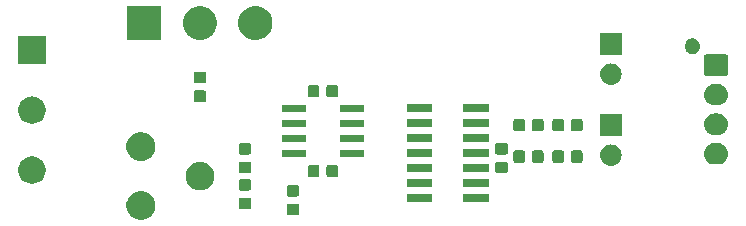
<source format=gbr>
G04 #@! TF.GenerationSoftware,KiCad,Pcbnew,(5.1.4)-1*
G04 #@! TF.CreationDate,2019-10-30T18:57:56+00:00*
G04 #@! TF.ProjectId,timer-board,74696d65-722d-4626-9f61-72642e6b6963,rev?*
G04 #@! TF.SameCoordinates,Original*
G04 #@! TF.FileFunction,Soldermask,Top*
G04 #@! TF.FilePolarity,Negative*
%FSLAX46Y46*%
G04 Gerber Fmt 4.6, Leading zero omitted, Abs format (unit mm)*
G04 Created by KiCad (PCBNEW (5.1.4)-1) date 2019-10-30 18:57:56*
%MOMM*%
%LPD*%
G04 APERTURE LIST*
%ADD10C,0.100000*%
G04 APERTURE END LIST*
D10*
G36*
X320358205Y-122460461D02*
G01*
X320476153Y-122483922D01*
X320568194Y-122522047D01*
X320698359Y-122575963D01*
X320898342Y-122709587D01*
X321068413Y-122879658D01*
X321202037Y-123079641D01*
X321239005Y-123168890D01*
X321294078Y-123301847D01*
X321341000Y-123537742D01*
X321341000Y-123778258D01*
X321308946Y-123939408D01*
X321294078Y-124014152D01*
X321202037Y-124236359D01*
X321068413Y-124436342D01*
X320898342Y-124606413D01*
X320698359Y-124740037D01*
X320568194Y-124793953D01*
X320476153Y-124832078D01*
X320240259Y-124879000D01*
X319999741Y-124879000D01*
X319763847Y-124832078D01*
X319671806Y-124793953D01*
X319541641Y-124740037D01*
X319341658Y-124606413D01*
X319171587Y-124436342D01*
X319037963Y-124236359D01*
X318945922Y-124014152D01*
X318931055Y-123939408D01*
X318899000Y-123778258D01*
X318899000Y-123537742D01*
X318945922Y-123301847D01*
X319000995Y-123168890D01*
X319037963Y-123079641D01*
X319171587Y-122879658D01*
X319341658Y-122709587D01*
X319541641Y-122575963D01*
X319671806Y-122522047D01*
X319763847Y-122483922D01*
X319881795Y-122460461D01*
X319999741Y-122437000D01*
X320240259Y-122437000D01*
X320358205Y-122460461D01*
X320358205Y-122460461D01*
G37*
G36*
X333373591Y-123493085D02*
G01*
X333407569Y-123503393D01*
X333438890Y-123520134D01*
X333466339Y-123542661D01*
X333488866Y-123570110D01*
X333505607Y-123601431D01*
X333515915Y-123635409D01*
X333520000Y-123676890D01*
X333520000Y-124278110D01*
X333515915Y-124319591D01*
X333505607Y-124353569D01*
X333488866Y-124384890D01*
X333466339Y-124412339D01*
X333438890Y-124434866D01*
X333407569Y-124451607D01*
X333373591Y-124461915D01*
X333332110Y-124466000D01*
X332655890Y-124466000D01*
X332614409Y-124461915D01*
X332580431Y-124451607D01*
X332549110Y-124434866D01*
X332521661Y-124412339D01*
X332499134Y-124384890D01*
X332482393Y-124353569D01*
X332472085Y-124319591D01*
X332468000Y-124278110D01*
X332468000Y-123676890D01*
X332472085Y-123635409D01*
X332482393Y-123601431D01*
X332499134Y-123570110D01*
X332521661Y-123542661D01*
X332549110Y-123520134D01*
X332580431Y-123503393D01*
X332614409Y-123493085D01*
X332655890Y-123489000D01*
X333332110Y-123489000D01*
X333373591Y-123493085D01*
X333373591Y-123493085D01*
G37*
G36*
X329309591Y-122985085D02*
G01*
X329343569Y-122995393D01*
X329374890Y-123012134D01*
X329402339Y-123034661D01*
X329424866Y-123062110D01*
X329441607Y-123093431D01*
X329451915Y-123127409D01*
X329456000Y-123168890D01*
X329456000Y-123770110D01*
X329451915Y-123811591D01*
X329441607Y-123845569D01*
X329424866Y-123876890D01*
X329402339Y-123904339D01*
X329374890Y-123926866D01*
X329343569Y-123943607D01*
X329309591Y-123953915D01*
X329268110Y-123958000D01*
X328591890Y-123958000D01*
X328550409Y-123953915D01*
X328516431Y-123943607D01*
X328485110Y-123926866D01*
X328457661Y-123904339D01*
X328435134Y-123876890D01*
X328418393Y-123845569D01*
X328408085Y-123811591D01*
X328404000Y-123770110D01*
X328404000Y-123168890D01*
X328408085Y-123127409D01*
X328418393Y-123093431D01*
X328435134Y-123062110D01*
X328457661Y-123034661D01*
X328485110Y-123012134D01*
X328516431Y-122995393D01*
X328550409Y-122985085D01*
X328591890Y-122981000D01*
X329268110Y-122981000D01*
X329309591Y-122985085D01*
X329309591Y-122985085D01*
G37*
G36*
X349567700Y-123355800D02*
G01*
X347408300Y-123355800D01*
X347408300Y-122644200D01*
X349567700Y-122644200D01*
X349567700Y-123355800D01*
X349567700Y-123355800D01*
G37*
G36*
X344767100Y-123355800D02*
G01*
X342607700Y-123355800D01*
X342607700Y-122644200D01*
X344767100Y-122644200D01*
X344767100Y-123355800D01*
X344767100Y-123355800D01*
G37*
G36*
X333373591Y-121918085D02*
G01*
X333407569Y-121928393D01*
X333438890Y-121945134D01*
X333466339Y-121967661D01*
X333488866Y-121995110D01*
X333505607Y-122026431D01*
X333515915Y-122060409D01*
X333520000Y-122101890D01*
X333520000Y-122703110D01*
X333515915Y-122744591D01*
X333505607Y-122778569D01*
X333488866Y-122809890D01*
X333466339Y-122837339D01*
X333438890Y-122859866D01*
X333407569Y-122876607D01*
X333373591Y-122886915D01*
X333332110Y-122891000D01*
X332655890Y-122891000D01*
X332614409Y-122886915D01*
X332580431Y-122876607D01*
X332549110Y-122859866D01*
X332521661Y-122837339D01*
X332499134Y-122809890D01*
X332482393Y-122778569D01*
X332472085Y-122744591D01*
X332468000Y-122703110D01*
X332468000Y-122101890D01*
X332472085Y-122060409D01*
X332482393Y-122026431D01*
X332499134Y-121995110D01*
X332521661Y-121967661D01*
X332549110Y-121945134D01*
X332580431Y-121928393D01*
X332614409Y-121918085D01*
X332655890Y-121914000D01*
X333332110Y-121914000D01*
X333373591Y-121918085D01*
X333373591Y-121918085D01*
G37*
G36*
X329309591Y-121410085D02*
G01*
X329343569Y-121420393D01*
X329374890Y-121437134D01*
X329402339Y-121459661D01*
X329424866Y-121487110D01*
X329441607Y-121518431D01*
X329451915Y-121552409D01*
X329456000Y-121593890D01*
X329456000Y-122195110D01*
X329451915Y-122236591D01*
X329441607Y-122270569D01*
X329424866Y-122301890D01*
X329402339Y-122329339D01*
X329374890Y-122351866D01*
X329343569Y-122368607D01*
X329309591Y-122378915D01*
X329268110Y-122383000D01*
X328591890Y-122383000D01*
X328550409Y-122378915D01*
X328516431Y-122368607D01*
X328485110Y-122351866D01*
X328457661Y-122329339D01*
X328435134Y-122301890D01*
X328418393Y-122270569D01*
X328408085Y-122236591D01*
X328404000Y-122195110D01*
X328404000Y-121593890D01*
X328408085Y-121552409D01*
X328418393Y-121518431D01*
X328435134Y-121487110D01*
X328457661Y-121459661D01*
X328485110Y-121437134D01*
X328516431Y-121420393D01*
X328550409Y-121410085D01*
X328591890Y-121406000D01*
X329268110Y-121406000D01*
X329309591Y-121410085D01*
X329309591Y-121410085D01*
G37*
G36*
X325292508Y-119947393D02*
G01*
X325476153Y-119983922D01*
X325549752Y-120014408D01*
X325698359Y-120075963D01*
X325898342Y-120209587D01*
X326068413Y-120379658D01*
X326202037Y-120579641D01*
X326237704Y-120665750D01*
X326293913Y-120801448D01*
X326294078Y-120801848D01*
X326341000Y-121037741D01*
X326341000Y-121278259D01*
X326317539Y-121396205D01*
X326294078Y-121514153D01*
X326257442Y-121602599D01*
X326202037Y-121736359D01*
X326068413Y-121936342D01*
X325898342Y-122106413D01*
X325698359Y-122240037D01*
X325615283Y-122274448D01*
X325476153Y-122332078D01*
X325376671Y-122351866D01*
X325240259Y-122379000D01*
X324999741Y-122379000D01*
X324863329Y-122351866D01*
X324763847Y-122332078D01*
X324624717Y-122274448D01*
X324541641Y-122240037D01*
X324341658Y-122106413D01*
X324171587Y-121936342D01*
X324037963Y-121736359D01*
X323982558Y-121602599D01*
X323945922Y-121514153D01*
X323922461Y-121396205D01*
X323899000Y-121278259D01*
X323899000Y-121037741D01*
X323945922Y-120801848D01*
X323946088Y-120801448D01*
X324002296Y-120665750D01*
X324037963Y-120579641D01*
X324171587Y-120379658D01*
X324341658Y-120209587D01*
X324541641Y-120075963D01*
X324690248Y-120014408D01*
X324763847Y-119983922D01*
X324947492Y-119947393D01*
X324999741Y-119937000D01*
X325240259Y-119937000D01*
X325292508Y-119947393D01*
X325292508Y-119947393D01*
G37*
G36*
X344767100Y-122085800D02*
G01*
X342607700Y-122085800D01*
X342607700Y-121374200D01*
X344767100Y-121374200D01*
X344767100Y-122085800D01*
X344767100Y-122085800D01*
G37*
G36*
X349567700Y-122085800D02*
G01*
X347408300Y-122085800D01*
X347408300Y-121374200D01*
X349567700Y-121374200D01*
X349567700Y-122085800D01*
X349567700Y-122085800D01*
G37*
G36*
X311120549Y-119521116D02*
G01*
X311231734Y-119543232D01*
X311441203Y-119629997D01*
X311629720Y-119755960D01*
X311790040Y-119916280D01*
X311916003Y-120104797D01*
X312002768Y-120314266D01*
X312047000Y-120536636D01*
X312047000Y-120763364D01*
X312002768Y-120985734D01*
X311916003Y-121195203D01*
X311790040Y-121383720D01*
X311629720Y-121544040D01*
X311441203Y-121670003D01*
X311231734Y-121756768D01*
X311120549Y-121778884D01*
X311009365Y-121801000D01*
X310782635Y-121801000D01*
X310671451Y-121778884D01*
X310560266Y-121756768D01*
X310350797Y-121670003D01*
X310162280Y-121544040D01*
X310001960Y-121383720D01*
X309875997Y-121195203D01*
X309789232Y-120985734D01*
X309745000Y-120763364D01*
X309745000Y-120536636D01*
X309789232Y-120314266D01*
X309875997Y-120104797D01*
X310001960Y-119916280D01*
X310162280Y-119755960D01*
X310350797Y-119629997D01*
X310560266Y-119543232D01*
X310671451Y-119521116D01*
X310782635Y-119499000D01*
X311009365Y-119499000D01*
X311120549Y-119521116D01*
X311120549Y-119521116D01*
G37*
G36*
X335088591Y-120204285D02*
G01*
X335122569Y-120214593D01*
X335153890Y-120231334D01*
X335181339Y-120253861D01*
X335203866Y-120281310D01*
X335220607Y-120312631D01*
X335230915Y-120346609D01*
X335235000Y-120388090D01*
X335235000Y-121064310D01*
X335230915Y-121105791D01*
X335220607Y-121139769D01*
X335203866Y-121171090D01*
X335181339Y-121198539D01*
X335153890Y-121221066D01*
X335122569Y-121237807D01*
X335088591Y-121248115D01*
X335047110Y-121252200D01*
X334445890Y-121252200D01*
X334404409Y-121248115D01*
X334370431Y-121237807D01*
X334339110Y-121221066D01*
X334311661Y-121198539D01*
X334289134Y-121171090D01*
X334272393Y-121139769D01*
X334262085Y-121105791D01*
X334258000Y-121064310D01*
X334258000Y-120388090D01*
X334262085Y-120346609D01*
X334272393Y-120312631D01*
X334289134Y-120281310D01*
X334311661Y-120253861D01*
X334339110Y-120231334D01*
X334370431Y-120214593D01*
X334404409Y-120204285D01*
X334445890Y-120200200D01*
X335047110Y-120200200D01*
X335088591Y-120204285D01*
X335088591Y-120204285D01*
G37*
G36*
X336663591Y-120204285D02*
G01*
X336697569Y-120214593D01*
X336728890Y-120231334D01*
X336756339Y-120253861D01*
X336778866Y-120281310D01*
X336795607Y-120312631D01*
X336805915Y-120346609D01*
X336810000Y-120388090D01*
X336810000Y-121064310D01*
X336805915Y-121105791D01*
X336795607Y-121139769D01*
X336778866Y-121171090D01*
X336756339Y-121198539D01*
X336728890Y-121221066D01*
X336697569Y-121237807D01*
X336663591Y-121248115D01*
X336622110Y-121252200D01*
X336020890Y-121252200D01*
X335979409Y-121248115D01*
X335945431Y-121237807D01*
X335914110Y-121221066D01*
X335886661Y-121198539D01*
X335864134Y-121171090D01*
X335847393Y-121139769D01*
X335837085Y-121105791D01*
X335833000Y-121064310D01*
X335833000Y-120388090D01*
X335837085Y-120346609D01*
X335847393Y-120312631D01*
X335864134Y-120281310D01*
X335886661Y-120253861D01*
X335914110Y-120231334D01*
X335945431Y-120214593D01*
X335979409Y-120204285D01*
X336020890Y-120200200D01*
X336622110Y-120200200D01*
X336663591Y-120204285D01*
X336663591Y-120204285D01*
G37*
G36*
X351026591Y-119937085D02*
G01*
X351060569Y-119947393D01*
X351091890Y-119964134D01*
X351119339Y-119986661D01*
X351141866Y-120014110D01*
X351158607Y-120045431D01*
X351168915Y-120079409D01*
X351173000Y-120120890D01*
X351173000Y-120722110D01*
X351168915Y-120763591D01*
X351158607Y-120797569D01*
X351141866Y-120828890D01*
X351119339Y-120856339D01*
X351091890Y-120878866D01*
X351060569Y-120895607D01*
X351026591Y-120905915D01*
X350985110Y-120910000D01*
X350308890Y-120910000D01*
X350267409Y-120905915D01*
X350233431Y-120895607D01*
X350202110Y-120878866D01*
X350174661Y-120856339D01*
X350152134Y-120828890D01*
X350135393Y-120797569D01*
X350125085Y-120763591D01*
X350121000Y-120722110D01*
X350121000Y-120120890D01*
X350125085Y-120079409D01*
X350135393Y-120045431D01*
X350152134Y-120014110D01*
X350174661Y-119986661D01*
X350202110Y-119964134D01*
X350233431Y-119947393D01*
X350267409Y-119937085D01*
X350308890Y-119933000D01*
X350985110Y-119933000D01*
X351026591Y-119937085D01*
X351026591Y-119937085D01*
G37*
G36*
X329309591Y-119937085D02*
G01*
X329343569Y-119947393D01*
X329374890Y-119964134D01*
X329402339Y-119986661D01*
X329424866Y-120014110D01*
X329441607Y-120045431D01*
X329451915Y-120079409D01*
X329456000Y-120120890D01*
X329456000Y-120722110D01*
X329451915Y-120763591D01*
X329441607Y-120797569D01*
X329424866Y-120828890D01*
X329402339Y-120856339D01*
X329374890Y-120878866D01*
X329343569Y-120895607D01*
X329309591Y-120905915D01*
X329268110Y-120910000D01*
X328591890Y-120910000D01*
X328550409Y-120905915D01*
X328516431Y-120895607D01*
X328485110Y-120878866D01*
X328457661Y-120856339D01*
X328435134Y-120828890D01*
X328418393Y-120797569D01*
X328408085Y-120763591D01*
X328404000Y-120722110D01*
X328404000Y-120120890D01*
X328408085Y-120079409D01*
X328418393Y-120045431D01*
X328435134Y-120014110D01*
X328457661Y-119986661D01*
X328485110Y-119964134D01*
X328516431Y-119947393D01*
X328550409Y-119937085D01*
X328591890Y-119933000D01*
X329268110Y-119933000D01*
X329309591Y-119937085D01*
X329309591Y-119937085D01*
G37*
G36*
X344767100Y-120815800D02*
G01*
X342607700Y-120815800D01*
X342607700Y-120104200D01*
X344767100Y-120104200D01*
X344767100Y-120815800D01*
X344767100Y-120815800D01*
G37*
G36*
X349567700Y-120815800D02*
G01*
X347408300Y-120815800D01*
X347408300Y-120104200D01*
X349567700Y-120104200D01*
X349567700Y-120815800D01*
X349567700Y-120815800D01*
G37*
G36*
X360028442Y-118485518D02*
G01*
X360094627Y-118492037D01*
X360264466Y-118543557D01*
X360420991Y-118627222D01*
X360456729Y-118656552D01*
X360558186Y-118739814D01*
X360635645Y-118834200D01*
X360670778Y-118877009D01*
X360670779Y-118877011D01*
X360736301Y-118999592D01*
X360754443Y-119033534D01*
X360805963Y-119203373D01*
X360823359Y-119380000D01*
X360805963Y-119556627D01*
X360754443Y-119726466D01*
X360670778Y-119882991D01*
X360656667Y-119900185D01*
X360558186Y-120020186D01*
X360490219Y-120075964D01*
X360420991Y-120132778D01*
X360264466Y-120216443D01*
X360094627Y-120267963D01*
X360028442Y-120274482D01*
X359962260Y-120281000D01*
X359873740Y-120281000D01*
X359807558Y-120274482D01*
X359741373Y-120267963D01*
X359571534Y-120216443D01*
X359415009Y-120132778D01*
X359345781Y-120075964D01*
X359277814Y-120020186D01*
X359179333Y-119900185D01*
X359165222Y-119882991D01*
X359081557Y-119726466D01*
X359030037Y-119556627D01*
X359012641Y-119380000D01*
X359030037Y-119203373D01*
X359081557Y-119033534D01*
X359099700Y-118999592D01*
X359165221Y-118877011D01*
X359165222Y-118877009D01*
X359200355Y-118834200D01*
X359277814Y-118739814D01*
X359379271Y-118656552D01*
X359415009Y-118627222D01*
X359571534Y-118543557D01*
X359741373Y-118492037D01*
X359807558Y-118485518D01*
X359873740Y-118479000D01*
X359962260Y-118479000D01*
X360028442Y-118485518D01*
X360028442Y-118485518D01*
G37*
G36*
X369043443Y-118365519D02*
G01*
X369109627Y-118372037D01*
X369279466Y-118423557D01*
X369279468Y-118423558D01*
X369308563Y-118439110D01*
X369435991Y-118507222D01*
X369437889Y-118508780D01*
X369573186Y-118619814D01*
X369656448Y-118721271D01*
X369685778Y-118757009D01*
X369769443Y-118913534D01*
X369820963Y-119083373D01*
X369838359Y-119260000D01*
X369820963Y-119436627D01*
X369769443Y-119606466D01*
X369685778Y-119762991D01*
X369664638Y-119788750D01*
X369573186Y-119900186D01*
X369483042Y-119974164D01*
X369435991Y-120012778D01*
X369279466Y-120096443D01*
X369109627Y-120147963D01*
X369043442Y-120154482D01*
X368977260Y-120161000D01*
X368638740Y-120161000D01*
X368572558Y-120154482D01*
X368506373Y-120147963D01*
X368336534Y-120096443D01*
X368180009Y-120012778D01*
X368132958Y-119974164D01*
X368042814Y-119900186D01*
X367951362Y-119788750D01*
X367930222Y-119762991D01*
X367846557Y-119606466D01*
X367795037Y-119436627D01*
X367777641Y-119260000D01*
X367795037Y-119083373D01*
X367846557Y-118913534D01*
X367930222Y-118757009D01*
X367959552Y-118721271D01*
X368042814Y-118619814D01*
X368178111Y-118508780D01*
X368180009Y-118507222D01*
X368307437Y-118439110D01*
X368336532Y-118423558D01*
X368336534Y-118423557D01*
X368506373Y-118372037D01*
X368572557Y-118365519D01*
X368638740Y-118359000D01*
X368977260Y-118359000D01*
X369043443Y-118365519D01*
X369043443Y-118365519D01*
G37*
G36*
X352487591Y-118985085D02*
G01*
X352521569Y-118995393D01*
X352552890Y-119012134D01*
X352580339Y-119034661D01*
X352602866Y-119062110D01*
X352619607Y-119093431D01*
X352629915Y-119127409D01*
X352634000Y-119168890D01*
X352634000Y-119845110D01*
X352629915Y-119886591D01*
X352619607Y-119920569D01*
X352602866Y-119951890D01*
X352580339Y-119979339D01*
X352552890Y-120001866D01*
X352521569Y-120018607D01*
X352487591Y-120028915D01*
X352446110Y-120033000D01*
X351844890Y-120033000D01*
X351803409Y-120028915D01*
X351769431Y-120018607D01*
X351738110Y-120001866D01*
X351710661Y-119979339D01*
X351688134Y-119951890D01*
X351671393Y-119920569D01*
X351661085Y-119886591D01*
X351657000Y-119845110D01*
X351657000Y-119168890D01*
X351661085Y-119127409D01*
X351671393Y-119093431D01*
X351688134Y-119062110D01*
X351710661Y-119034661D01*
X351738110Y-119012134D01*
X351769431Y-118995393D01*
X351803409Y-118985085D01*
X351844890Y-118981000D01*
X352446110Y-118981000D01*
X352487591Y-118985085D01*
X352487591Y-118985085D01*
G37*
G36*
X354062591Y-118985085D02*
G01*
X354096569Y-118995393D01*
X354127890Y-119012134D01*
X354155339Y-119034661D01*
X354177866Y-119062110D01*
X354194607Y-119093431D01*
X354204915Y-119127409D01*
X354209000Y-119168890D01*
X354209000Y-119845110D01*
X354204915Y-119886591D01*
X354194607Y-119920569D01*
X354177866Y-119951890D01*
X354155339Y-119979339D01*
X354127890Y-120001866D01*
X354096569Y-120018607D01*
X354062591Y-120028915D01*
X354021110Y-120033000D01*
X353419890Y-120033000D01*
X353378409Y-120028915D01*
X353344431Y-120018607D01*
X353313110Y-120001866D01*
X353285661Y-119979339D01*
X353263134Y-119951890D01*
X353246393Y-119920569D01*
X353236085Y-119886591D01*
X353232000Y-119845110D01*
X353232000Y-119168890D01*
X353236085Y-119127409D01*
X353246393Y-119093431D01*
X353263134Y-119062110D01*
X353285661Y-119034661D01*
X353313110Y-119012134D01*
X353344431Y-118995393D01*
X353378409Y-118985085D01*
X353419890Y-118981000D01*
X354021110Y-118981000D01*
X354062591Y-118985085D01*
X354062591Y-118985085D01*
G37*
G36*
X355789591Y-118985085D02*
G01*
X355823569Y-118995393D01*
X355854890Y-119012134D01*
X355882339Y-119034661D01*
X355904866Y-119062110D01*
X355921607Y-119093431D01*
X355931915Y-119127409D01*
X355936000Y-119168890D01*
X355936000Y-119845110D01*
X355931915Y-119886591D01*
X355921607Y-119920569D01*
X355904866Y-119951890D01*
X355882339Y-119979339D01*
X355854890Y-120001866D01*
X355823569Y-120018607D01*
X355789591Y-120028915D01*
X355748110Y-120033000D01*
X355146890Y-120033000D01*
X355105409Y-120028915D01*
X355071431Y-120018607D01*
X355040110Y-120001866D01*
X355012661Y-119979339D01*
X354990134Y-119951890D01*
X354973393Y-119920569D01*
X354963085Y-119886591D01*
X354959000Y-119845110D01*
X354959000Y-119168890D01*
X354963085Y-119127409D01*
X354973393Y-119093431D01*
X354990134Y-119062110D01*
X355012661Y-119034661D01*
X355040110Y-119012134D01*
X355071431Y-118995393D01*
X355105409Y-118985085D01*
X355146890Y-118981000D01*
X355748110Y-118981000D01*
X355789591Y-118985085D01*
X355789591Y-118985085D01*
G37*
G36*
X357364591Y-118985085D02*
G01*
X357398569Y-118995393D01*
X357429890Y-119012134D01*
X357457339Y-119034661D01*
X357479866Y-119062110D01*
X357496607Y-119093431D01*
X357506915Y-119127409D01*
X357511000Y-119168890D01*
X357511000Y-119845110D01*
X357506915Y-119886591D01*
X357496607Y-119920569D01*
X357479866Y-119951890D01*
X357457339Y-119979339D01*
X357429890Y-120001866D01*
X357398569Y-120018607D01*
X357364591Y-120028915D01*
X357323110Y-120033000D01*
X356721890Y-120033000D01*
X356680409Y-120028915D01*
X356646431Y-120018607D01*
X356615110Y-120001866D01*
X356587661Y-119979339D01*
X356565134Y-119951890D01*
X356548393Y-119920569D01*
X356538085Y-119886591D01*
X356534000Y-119845110D01*
X356534000Y-119168890D01*
X356538085Y-119127409D01*
X356548393Y-119093431D01*
X356565134Y-119062110D01*
X356587661Y-119034661D01*
X356615110Y-119012134D01*
X356646431Y-118995393D01*
X356680409Y-118985085D01*
X356721890Y-118981000D01*
X357323110Y-118981000D01*
X357364591Y-118985085D01*
X357364591Y-118985085D01*
G37*
G36*
X320476153Y-117483922D02*
G01*
X320545817Y-117512778D01*
X320698359Y-117575963D01*
X320898342Y-117709587D01*
X321068413Y-117879658D01*
X321202037Y-118079641D01*
X321255953Y-118209806D01*
X321294078Y-118301847D01*
X321341000Y-118537742D01*
X321341000Y-118778258D01*
X321294078Y-119014153D01*
X321286051Y-119033532D01*
X321202037Y-119236359D01*
X321068413Y-119436342D01*
X320898342Y-119606413D01*
X320698359Y-119740037D01*
X320580755Y-119788750D01*
X320476153Y-119832078D01*
X320410636Y-119845110D01*
X320240259Y-119879000D01*
X319999741Y-119879000D01*
X319829364Y-119845110D01*
X319763847Y-119832078D01*
X319659245Y-119788750D01*
X319541641Y-119740037D01*
X319341658Y-119606413D01*
X319171587Y-119436342D01*
X319037963Y-119236359D01*
X318953949Y-119033532D01*
X318945922Y-119014153D01*
X318899000Y-118778258D01*
X318899000Y-118537742D01*
X318945922Y-118301847D01*
X318984047Y-118209806D01*
X319037963Y-118079641D01*
X319171587Y-117879658D01*
X319341658Y-117709587D01*
X319541641Y-117575963D01*
X319694183Y-117512778D01*
X319763847Y-117483922D01*
X319999741Y-117437000D01*
X320240259Y-117437000D01*
X320476153Y-117483922D01*
X320476153Y-117483922D01*
G37*
G36*
X339039400Y-119583400D02*
G01*
X336956200Y-119583400D01*
X336956200Y-118922600D01*
X339039400Y-118922600D01*
X339039400Y-119583400D01*
X339039400Y-119583400D01*
G37*
G36*
X334111800Y-119583400D02*
G01*
X332028600Y-119583400D01*
X332028600Y-118922600D01*
X334111800Y-118922600D01*
X334111800Y-119583400D01*
X334111800Y-119583400D01*
G37*
G36*
X344767100Y-119545800D02*
G01*
X342607700Y-119545800D01*
X342607700Y-118834200D01*
X344767100Y-118834200D01*
X344767100Y-119545800D01*
X344767100Y-119545800D01*
G37*
G36*
X349567700Y-119545800D02*
G01*
X347408300Y-119545800D01*
X347408300Y-118834200D01*
X349567700Y-118834200D01*
X349567700Y-119545800D01*
X349567700Y-119545800D01*
G37*
G36*
X329309591Y-118362085D02*
G01*
X329343569Y-118372393D01*
X329374890Y-118389134D01*
X329402339Y-118411661D01*
X329424866Y-118439110D01*
X329441607Y-118470431D01*
X329451915Y-118504409D01*
X329456000Y-118545890D01*
X329456000Y-119147110D01*
X329451915Y-119188591D01*
X329441607Y-119222569D01*
X329424866Y-119253890D01*
X329402339Y-119281339D01*
X329374890Y-119303866D01*
X329343569Y-119320607D01*
X329309591Y-119330915D01*
X329268110Y-119335000D01*
X328591890Y-119335000D01*
X328550409Y-119330915D01*
X328516431Y-119320607D01*
X328485110Y-119303866D01*
X328457661Y-119281339D01*
X328435134Y-119253890D01*
X328418393Y-119222569D01*
X328408085Y-119188591D01*
X328404000Y-119147110D01*
X328404000Y-118545890D01*
X328408085Y-118504409D01*
X328418393Y-118470431D01*
X328435134Y-118439110D01*
X328457661Y-118411661D01*
X328485110Y-118389134D01*
X328516431Y-118372393D01*
X328550409Y-118362085D01*
X328591890Y-118358000D01*
X329268110Y-118358000D01*
X329309591Y-118362085D01*
X329309591Y-118362085D01*
G37*
G36*
X351026591Y-118362085D02*
G01*
X351060569Y-118372393D01*
X351091890Y-118389134D01*
X351119339Y-118411661D01*
X351141866Y-118439110D01*
X351158607Y-118470431D01*
X351168915Y-118504409D01*
X351173000Y-118545890D01*
X351173000Y-119147110D01*
X351168915Y-119188591D01*
X351158607Y-119222569D01*
X351141866Y-119253890D01*
X351119339Y-119281339D01*
X351091890Y-119303866D01*
X351060569Y-119320607D01*
X351026591Y-119330915D01*
X350985110Y-119335000D01*
X350308890Y-119335000D01*
X350267409Y-119330915D01*
X350233431Y-119320607D01*
X350202110Y-119303866D01*
X350174661Y-119281339D01*
X350152134Y-119253890D01*
X350135393Y-119222569D01*
X350125085Y-119188591D01*
X350121000Y-119147110D01*
X350121000Y-118545890D01*
X350125085Y-118504409D01*
X350135393Y-118470431D01*
X350152134Y-118439110D01*
X350174661Y-118411661D01*
X350202110Y-118389134D01*
X350233431Y-118372393D01*
X350267409Y-118362085D01*
X350308890Y-118358000D01*
X350985110Y-118358000D01*
X351026591Y-118362085D01*
X351026591Y-118362085D01*
G37*
G36*
X334111800Y-118313400D02*
G01*
X332028600Y-118313400D01*
X332028600Y-117652600D01*
X334111800Y-117652600D01*
X334111800Y-118313400D01*
X334111800Y-118313400D01*
G37*
G36*
X339039400Y-118313400D02*
G01*
X336956200Y-118313400D01*
X336956200Y-117652600D01*
X339039400Y-117652600D01*
X339039400Y-118313400D01*
X339039400Y-118313400D01*
G37*
G36*
X349567700Y-118275800D02*
G01*
X347408300Y-118275800D01*
X347408300Y-117564200D01*
X349567700Y-117564200D01*
X349567700Y-118275800D01*
X349567700Y-118275800D01*
G37*
G36*
X344767100Y-118275800D02*
G01*
X342607700Y-118275800D01*
X342607700Y-117564200D01*
X344767100Y-117564200D01*
X344767100Y-118275800D01*
X344767100Y-118275800D01*
G37*
G36*
X360819000Y-117741000D02*
G01*
X359017000Y-117741000D01*
X359017000Y-115939000D01*
X360819000Y-115939000D01*
X360819000Y-117741000D01*
X360819000Y-117741000D01*
G37*
G36*
X369043442Y-115865518D02*
G01*
X369109627Y-115872037D01*
X369279466Y-115923557D01*
X369435991Y-116007222D01*
X369471729Y-116036552D01*
X369573186Y-116119814D01*
X369656448Y-116221271D01*
X369685778Y-116257009D01*
X369769443Y-116413534D01*
X369820963Y-116583373D01*
X369838359Y-116760000D01*
X369820963Y-116936627D01*
X369769443Y-117106466D01*
X369769442Y-117106468D01*
X369735803Y-117169401D01*
X369685778Y-117262991D01*
X369667806Y-117284890D01*
X369573186Y-117400186D01*
X369471729Y-117483448D01*
X369435991Y-117512778D01*
X369279466Y-117596443D01*
X369109627Y-117647963D01*
X369043442Y-117654482D01*
X368977260Y-117661000D01*
X368638740Y-117661000D01*
X368572558Y-117654482D01*
X368506373Y-117647963D01*
X368336534Y-117596443D01*
X368180009Y-117512778D01*
X368144271Y-117483448D01*
X368042814Y-117400186D01*
X367948194Y-117284890D01*
X367930222Y-117262991D01*
X367880197Y-117169401D01*
X367846558Y-117106468D01*
X367846557Y-117106466D01*
X367795037Y-116936627D01*
X367777641Y-116760000D01*
X367795037Y-116583373D01*
X367846557Y-116413534D01*
X367930222Y-116257009D01*
X367959552Y-116221271D01*
X368042814Y-116119814D01*
X368144271Y-116036552D01*
X368180009Y-116007222D01*
X368336534Y-115923557D01*
X368506373Y-115872037D01*
X368572558Y-115865518D01*
X368638740Y-115859000D01*
X368977260Y-115859000D01*
X369043442Y-115865518D01*
X369043442Y-115865518D01*
G37*
G36*
X357364591Y-116318085D02*
G01*
X357398569Y-116328393D01*
X357429890Y-116345134D01*
X357457339Y-116367661D01*
X357479866Y-116395110D01*
X357496607Y-116426431D01*
X357506915Y-116460409D01*
X357511000Y-116501890D01*
X357511000Y-117178110D01*
X357506915Y-117219591D01*
X357496607Y-117253569D01*
X357479866Y-117284890D01*
X357457339Y-117312339D01*
X357429890Y-117334866D01*
X357398569Y-117351607D01*
X357364591Y-117361915D01*
X357323110Y-117366000D01*
X356721890Y-117366000D01*
X356680409Y-117361915D01*
X356646431Y-117351607D01*
X356615110Y-117334866D01*
X356587661Y-117312339D01*
X356565134Y-117284890D01*
X356548393Y-117253569D01*
X356538085Y-117219591D01*
X356534000Y-117178110D01*
X356534000Y-116501890D01*
X356538085Y-116460409D01*
X356548393Y-116426431D01*
X356565134Y-116395110D01*
X356587661Y-116367661D01*
X356615110Y-116345134D01*
X356646431Y-116328393D01*
X356680409Y-116318085D01*
X356721890Y-116314000D01*
X357323110Y-116314000D01*
X357364591Y-116318085D01*
X357364591Y-116318085D01*
G37*
G36*
X352487591Y-116318085D02*
G01*
X352521569Y-116328393D01*
X352552890Y-116345134D01*
X352580339Y-116367661D01*
X352602866Y-116395110D01*
X352619607Y-116426431D01*
X352629915Y-116460409D01*
X352634000Y-116501890D01*
X352634000Y-117178110D01*
X352629915Y-117219591D01*
X352619607Y-117253569D01*
X352602866Y-117284890D01*
X352580339Y-117312339D01*
X352552890Y-117334866D01*
X352521569Y-117351607D01*
X352487591Y-117361915D01*
X352446110Y-117366000D01*
X351844890Y-117366000D01*
X351803409Y-117361915D01*
X351769431Y-117351607D01*
X351738110Y-117334866D01*
X351710661Y-117312339D01*
X351688134Y-117284890D01*
X351671393Y-117253569D01*
X351661085Y-117219591D01*
X351657000Y-117178110D01*
X351657000Y-116501890D01*
X351661085Y-116460409D01*
X351671393Y-116426431D01*
X351688134Y-116395110D01*
X351710661Y-116367661D01*
X351738110Y-116345134D01*
X351769431Y-116328393D01*
X351803409Y-116318085D01*
X351844890Y-116314000D01*
X352446110Y-116314000D01*
X352487591Y-116318085D01*
X352487591Y-116318085D01*
G37*
G36*
X354062591Y-116318085D02*
G01*
X354096569Y-116328393D01*
X354127890Y-116345134D01*
X354155339Y-116367661D01*
X354177866Y-116395110D01*
X354194607Y-116426431D01*
X354204915Y-116460409D01*
X354209000Y-116501890D01*
X354209000Y-117178110D01*
X354204915Y-117219591D01*
X354194607Y-117253569D01*
X354177866Y-117284890D01*
X354155339Y-117312339D01*
X354127890Y-117334866D01*
X354096569Y-117351607D01*
X354062591Y-117361915D01*
X354021110Y-117366000D01*
X353419890Y-117366000D01*
X353378409Y-117361915D01*
X353344431Y-117351607D01*
X353313110Y-117334866D01*
X353285661Y-117312339D01*
X353263134Y-117284890D01*
X353246393Y-117253569D01*
X353236085Y-117219591D01*
X353232000Y-117178110D01*
X353232000Y-116501890D01*
X353236085Y-116460409D01*
X353246393Y-116426431D01*
X353263134Y-116395110D01*
X353285661Y-116367661D01*
X353313110Y-116345134D01*
X353344431Y-116328393D01*
X353378409Y-116318085D01*
X353419890Y-116314000D01*
X354021110Y-116314000D01*
X354062591Y-116318085D01*
X354062591Y-116318085D01*
G37*
G36*
X355789591Y-116318085D02*
G01*
X355823569Y-116328393D01*
X355854890Y-116345134D01*
X355882339Y-116367661D01*
X355904866Y-116395110D01*
X355921607Y-116426431D01*
X355931915Y-116460409D01*
X355936000Y-116501890D01*
X355936000Y-117178110D01*
X355931915Y-117219591D01*
X355921607Y-117253569D01*
X355904866Y-117284890D01*
X355882339Y-117312339D01*
X355854890Y-117334866D01*
X355823569Y-117351607D01*
X355789591Y-117361915D01*
X355748110Y-117366000D01*
X355146890Y-117366000D01*
X355105409Y-117361915D01*
X355071431Y-117351607D01*
X355040110Y-117334866D01*
X355012661Y-117312339D01*
X354990134Y-117284890D01*
X354973393Y-117253569D01*
X354963085Y-117219591D01*
X354959000Y-117178110D01*
X354959000Y-116501890D01*
X354963085Y-116460409D01*
X354973393Y-116426431D01*
X354990134Y-116395110D01*
X355012661Y-116367661D01*
X355040110Y-116345134D01*
X355071431Y-116328393D01*
X355105409Y-116318085D01*
X355146890Y-116314000D01*
X355748110Y-116314000D01*
X355789591Y-116318085D01*
X355789591Y-116318085D01*
G37*
G36*
X334111800Y-117043400D02*
G01*
X332028600Y-117043400D01*
X332028600Y-116382600D01*
X334111800Y-116382600D01*
X334111800Y-117043400D01*
X334111800Y-117043400D01*
G37*
G36*
X339039400Y-117043400D02*
G01*
X336956200Y-117043400D01*
X336956200Y-116382600D01*
X339039400Y-116382600D01*
X339039400Y-117043400D01*
X339039400Y-117043400D01*
G37*
G36*
X344767100Y-117005800D02*
G01*
X342607700Y-117005800D01*
X342607700Y-116294200D01*
X344767100Y-116294200D01*
X344767100Y-117005800D01*
X344767100Y-117005800D01*
G37*
G36*
X349567700Y-117005800D02*
G01*
X347408300Y-117005800D01*
X347408300Y-116294200D01*
X349567700Y-116294200D01*
X349567700Y-117005800D01*
X349567700Y-117005800D01*
G37*
G36*
X311097971Y-114436625D02*
G01*
X311231734Y-114463232D01*
X311441203Y-114549997D01*
X311629720Y-114675960D01*
X311790040Y-114836280D01*
X311916003Y-115024797D01*
X312002768Y-115234266D01*
X312047000Y-115456636D01*
X312047000Y-115683364D01*
X312002768Y-115905734D01*
X311916003Y-116115203D01*
X311790040Y-116303720D01*
X311629720Y-116464040D01*
X311441203Y-116590003D01*
X311231734Y-116676768D01*
X311120549Y-116698884D01*
X311009365Y-116721000D01*
X310782635Y-116721000D01*
X310671451Y-116698884D01*
X310560266Y-116676768D01*
X310350797Y-116590003D01*
X310162280Y-116464040D01*
X310001960Y-116303720D01*
X309875997Y-116115203D01*
X309789232Y-115905734D01*
X309745000Y-115683364D01*
X309745000Y-115456636D01*
X309789232Y-115234266D01*
X309875997Y-115024797D01*
X310001960Y-114836280D01*
X310162280Y-114675960D01*
X310350797Y-114549997D01*
X310560266Y-114463232D01*
X310694029Y-114436625D01*
X310782635Y-114419000D01*
X311009365Y-114419000D01*
X311097971Y-114436625D01*
X311097971Y-114436625D01*
G37*
G36*
X334111800Y-115773400D02*
G01*
X332028600Y-115773400D01*
X332028600Y-115112600D01*
X334111800Y-115112600D01*
X334111800Y-115773400D01*
X334111800Y-115773400D01*
G37*
G36*
X339039400Y-115773400D02*
G01*
X336956200Y-115773400D01*
X336956200Y-115112600D01*
X339039400Y-115112600D01*
X339039400Y-115773400D01*
X339039400Y-115773400D01*
G37*
G36*
X344767100Y-115735800D02*
G01*
X342607700Y-115735800D01*
X342607700Y-115024200D01*
X344767100Y-115024200D01*
X344767100Y-115735800D01*
X344767100Y-115735800D01*
G37*
G36*
X349567700Y-115735800D02*
G01*
X347408300Y-115735800D01*
X347408300Y-115024200D01*
X349567700Y-115024200D01*
X349567700Y-115735800D01*
X349567700Y-115735800D01*
G37*
G36*
X369043442Y-113365518D02*
G01*
X369109627Y-113372037D01*
X369279466Y-113423557D01*
X369435991Y-113507222D01*
X369471729Y-113536552D01*
X369573186Y-113619814D01*
X369656448Y-113721271D01*
X369685778Y-113757009D01*
X369769443Y-113913534D01*
X369820963Y-114083373D01*
X369838359Y-114260000D01*
X369820963Y-114436627D01*
X369769443Y-114606466D01*
X369685778Y-114762991D01*
X369678837Y-114771448D01*
X369573186Y-114900186D01*
X369471729Y-114983448D01*
X369435991Y-115012778D01*
X369279466Y-115096443D01*
X369109627Y-115147963D01*
X369043442Y-115154482D01*
X368977260Y-115161000D01*
X368638740Y-115161000D01*
X368572558Y-115154482D01*
X368506373Y-115147963D01*
X368336534Y-115096443D01*
X368180009Y-115012778D01*
X368144271Y-114983448D01*
X368042814Y-114900186D01*
X367937163Y-114771448D01*
X367930222Y-114762991D01*
X367846557Y-114606466D01*
X367795037Y-114436627D01*
X367777641Y-114260000D01*
X367795037Y-114083373D01*
X367846557Y-113913534D01*
X367930222Y-113757009D01*
X367959552Y-113721271D01*
X368042814Y-113619814D01*
X368144271Y-113536552D01*
X368180009Y-113507222D01*
X368336534Y-113423557D01*
X368506373Y-113372037D01*
X368572558Y-113365518D01*
X368638740Y-113359000D01*
X368977260Y-113359000D01*
X369043442Y-113365518D01*
X369043442Y-113365518D01*
G37*
G36*
X325499591Y-113907085D02*
G01*
X325533569Y-113917393D01*
X325564890Y-113934134D01*
X325592339Y-113956661D01*
X325614866Y-113984110D01*
X325631607Y-114015431D01*
X325641915Y-114049409D01*
X325646000Y-114090890D01*
X325646000Y-114692110D01*
X325641915Y-114733591D01*
X325631607Y-114767569D01*
X325614866Y-114798890D01*
X325592339Y-114826339D01*
X325564890Y-114848866D01*
X325533569Y-114865607D01*
X325499591Y-114875915D01*
X325458110Y-114880000D01*
X324781890Y-114880000D01*
X324740409Y-114875915D01*
X324706431Y-114865607D01*
X324675110Y-114848866D01*
X324647661Y-114826339D01*
X324625134Y-114798890D01*
X324608393Y-114767569D01*
X324598085Y-114733591D01*
X324594000Y-114692110D01*
X324594000Y-114090890D01*
X324598085Y-114049409D01*
X324608393Y-114015431D01*
X324625134Y-113984110D01*
X324647661Y-113956661D01*
X324675110Y-113934134D01*
X324706431Y-113917393D01*
X324740409Y-113907085D01*
X324781890Y-113903000D01*
X325458110Y-113903000D01*
X325499591Y-113907085D01*
X325499591Y-113907085D01*
G37*
G36*
X335088591Y-113447885D02*
G01*
X335122569Y-113458193D01*
X335153890Y-113474934D01*
X335181339Y-113497461D01*
X335203866Y-113524910D01*
X335220607Y-113556231D01*
X335230915Y-113590209D01*
X335235000Y-113631690D01*
X335235000Y-114307910D01*
X335230915Y-114349391D01*
X335220607Y-114383369D01*
X335203866Y-114414690D01*
X335181339Y-114442139D01*
X335153890Y-114464666D01*
X335122569Y-114481407D01*
X335088591Y-114491715D01*
X335047110Y-114495800D01*
X334445890Y-114495800D01*
X334404409Y-114491715D01*
X334370431Y-114481407D01*
X334339110Y-114464666D01*
X334311661Y-114442139D01*
X334289134Y-114414690D01*
X334272393Y-114383369D01*
X334262085Y-114349391D01*
X334258000Y-114307910D01*
X334258000Y-113631690D01*
X334262085Y-113590209D01*
X334272393Y-113556231D01*
X334289134Y-113524910D01*
X334311661Y-113497461D01*
X334339110Y-113474934D01*
X334370431Y-113458193D01*
X334404409Y-113447885D01*
X334445890Y-113443800D01*
X335047110Y-113443800D01*
X335088591Y-113447885D01*
X335088591Y-113447885D01*
G37*
G36*
X336663591Y-113447885D02*
G01*
X336697569Y-113458193D01*
X336728890Y-113474934D01*
X336756339Y-113497461D01*
X336778866Y-113524910D01*
X336795607Y-113556231D01*
X336805915Y-113590209D01*
X336810000Y-113631690D01*
X336810000Y-114307910D01*
X336805915Y-114349391D01*
X336795607Y-114383369D01*
X336778866Y-114414690D01*
X336756339Y-114442139D01*
X336728890Y-114464666D01*
X336697569Y-114481407D01*
X336663591Y-114491715D01*
X336622110Y-114495800D01*
X336020890Y-114495800D01*
X335979409Y-114491715D01*
X335945431Y-114481407D01*
X335914110Y-114464666D01*
X335886661Y-114442139D01*
X335864134Y-114414690D01*
X335847393Y-114383369D01*
X335837085Y-114349391D01*
X335833000Y-114307910D01*
X335833000Y-113631690D01*
X335837085Y-113590209D01*
X335847393Y-113556231D01*
X335864134Y-113524910D01*
X335886661Y-113497461D01*
X335914110Y-113474934D01*
X335945431Y-113458193D01*
X335979409Y-113447885D01*
X336020890Y-113443800D01*
X336622110Y-113443800D01*
X336663591Y-113447885D01*
X336663591Y-113447885D01*
G37*
G36*
X360028442Y-111627518D02*
G01*
X360094627Y-111634037D01*
X360264466Y-111685557D01*
X360420991Y-111769222D01*
X360456729Y-111798552D01*
X360558186Y-111881814D01*
X360641448Y-111983271D01*
X360670778Y-112019009D01*
X360754443Y-112175534D01*
X360805963Y-112345373D01*
X360823359Y-112522000D01*
X360805963Y-112698627D01*
X360754443Y-112868466D01*
X360670778Y-113024991D01*
X360641448Y-113060729D01*
X360558186Y-113162186D01*
X360482998Y-113223890D01*
X360420991Y-113274778D01*
X360264466Y-113358443D01*
X360094627Y-113409963D01*
X360028442Y-113416482D01*
X359962260Y-113423000D01*
X359873740Y-113423000D01*
X359807558Y-113416482D01*
X359741373Y-113409963D01*
X359571534Y-113358443D01*
X359415009Y-113274778D01*
X359353002Y-113223890D01*
X359277814Y-113162186D01*
X359194552Y-113060729D01*
X359165222Y-113024991D01*
X359081557Y-112868466D01*
X359030037Y-112698627D01*
X359012641Y-112522000D01*
X359030037Y-112345373D01*
X359081557Y-112175534D01*
X359165222Y-112019009D01*
X359194552Y-111983271D01*
X359277814Y-111881814D01*
X359379271Y-111798552D01*
X359415009Y-111769222D01*
X359571534Y-111685557D01*
X359741373Y-111634037D01*
X359807558Y-111627518D01*
X359873740Y-111621000D01*
X359962260Y-111621000D01*
X360028442Y-111627518D01*
X360028442Y-111627518D01*
G37*
G36*
X325499591Y-112332085D02*
G01*
X325533569Y-112342393D01*
X325564890Y-112359134D01*
X325592339Y-112381661D01*
X325614866Y-112409110D01*
X325631607Y-112440431D01*
X325641915Y-112474409D01*
X325646000Y-112515890D01*
X325646000Y-113117110D01*
X325641915Y-113158591D01*
X325631607Y-113192569D01*
X325614866Y-113223890D01*
X325592339Y-113251339D01*
X325564890Y-113273866D01*
X325533569Y-113290607D01*
X325499591Y-113300915D01*
X325458110Y-113305000D01*
X324781890Y-113305000D01*
X324740409Y-113300915D01*
X324706431Y-113290607D01*
X324675110Y-113273866D01*
X324647661Y-113251339D01*
X324625134Y-113223890D01*
X324608393Y-113192569D01*
X324598085Y-113158591D01*
X324594000Y-113117110D01*
X324594000Y-112515890D01*
X324598085Y-112474409D01*
X324608393Y-112440431D01*
X324625134Y-112409110D01*
X324647661Y-112381661D01*
X324675110Y-112359134D01*
X324706431Y-112342393D01*
X324740409Y-112332085D01*
X324781890Y-112328000D01*
X325458110Y-112328000D01*
X325499591Y-112332085D01*
X325499591Y-112332085D01*
G37*
G36*
X369691600Y-110862989D02*
G01*
X369724652Y-110873015D01*
X369755103Y-110889292D01*
X369781799Y-110911201D01*
X369803708Y-110937897D01*
X369819985Y-110968348D01*
X369830011Y-111001400D01*
X369834000Y-111041903D01*
X369834000Y-112478097D01*
X369830011Y-112518600D01*
X369819985Y-112551652D01*
X369803708Y-112582103D01*
X369781799Y-112608799D01*
X369755103Y-112630708D01*
X369724652Y-112646985D01*
X369691600Y-112657011D01*
X369651097Y-112661000D01*
X367964903Y-112661000D01*
X367924400Y-112657011D01*
X367891348Y-112646985D01*
X367860897Y-112630708D01*
X367834201Y-112608799D01*
X367812292Y-112582103D01*
X367796015Y-112551652D01*
X367785989Y-112518600D01*
X367782000Y-112478097D01*
X367782000Y-111041903D01*
X367785989Y-111001400D01*
X367796015Y-110968348D01*
X367812292Y-110937897D01*
X367834201Y-110911201D01*
X367860897Y-110889292D01*
X367891348Y-110873015D01*
X367924400Y-110862989D01*
X367964903Y-110859000D01*
X369651097Y-110859000D01*
X369691600Y-110862989D01*
X369691600Y-110862989D01*
G37*
G36*
X312047000Y-111641000D02*
G01*
X309745000Y-111641000D01*
X309745000Y-109339000D01*
X312047000Y-109339000D01*
X312047000Y-111641000D01*
X312047000Y-111641000D01*
G37*
G36*
X360819000Y-110883000D02*
G01*
X359017000Y-110883000D01*
X359017000Y-109081000D01*
X360819000Y-109081000D01*
X360819000Y-110883000D01*
X360819000Y-110883000D01*
G37*
G36*
X366997890Y-109534017D02*
G01*
X367116364Y-109583091D01*
X367222988Y-109654335D01*
X367313665Y-109745012D01*
X367384909Y-109851636D01*
X367433983Y-109970110D01*
X367459000Y-110095882D01*
X367459000Y-110224118D01*
X367433983Y-110349890D01*
X367384909Y-110468364D01*
X367313665Y-110574988D01*
X367222988Y-110665665D01*
X367116364Y-110736909D01*
X367116363Y-110736910D01*
X367116362Y-110736910D01*
X366997890Y-110785983D01*
X366872119Y-110811000D01*
X366743881Y-110811000D01*
X366618110Y-110785983D01*
X366499638Y-110736910D01*
X366499637Y-110736910D01*
X366499636Y-110736909D01*
X366393012Y-110665665D01*
X366302335Y-110574988D01*
X366231091Y-110468364D01*
X366182017Y-110349890D01*
X366157000Y-110224118D01*
X366157000Y-110095882D01*
X366182017Y-109970110D01*
X366231091Y-109851636D01*
X366302335Y-109745012D01*
X366393012Y-109654335D01*
X366499636Y-109583091D01*
X366618110Y-109534017D01*
X366743881Y-109509000D01*
X366872119Y-109509000D01*
X366997890Y-109534017D01*
X366997890Y-109534017D01*
G37*
G36*
X330000625Y-106770234D02*
G01*
X330239514Y-106817751D01*
X330501878Y-106926426D01*
X330737999Y-107084197D01*
X330938803Y-107285001D01*
X331096574Y-107521122D01*
X331205249Y-107783486D01*
X331260650Y-108062010D01*
X331260650Y-108345990D01*
X331205249Y-108624514D01*
X331096574Y-108886878D01*
X330938803Y-109122999D01*
X330737999Y-109323803D01*
X330501878Y-109481574D01*
X330239514Y-109590249D01*
X330000625Y-109637766D01*
X329960991Y-109645650D01*
X329677009Y-109645650D01*
X329637375Y-109637766D01*
X329398486Y-109590249D01*
X329136122Y-109481574D01*
X328900001Y-109323803D01*
X328699197Y-109122999D01*
X328541426Y-108886878D01*
X328432751Y-108624514D01*
X328377350Y-108345990D01*
X328377350Y-108062010D01*
X328432751Y-107783486D01*
X328541426Y-107521122D01*
X328699197Y-107285001D01*
X328900001Y-107084197D01*
X329136122Y-106926426D01*
X329398486Y-106817751D01*
X329637375Y-106770234D01*
X329677009Y-106762350D01*
X329960991Y-106762350D01*
X330000625Y-106770234D01*
X330000625Y-106770234D01*
G37*
G36*
X325301625Y-106770234D02*
G01*
X325540514Y-106817751D01*
X325802878Y-106926426D01*
X326038999Y-107084197D01*
X326239803Y-107285001D01*
X326397574Y-107521122D01*
X326506249Y-107783486D01*
X326561650Y-108062010D01*
X326561650Y-108345990D01*
X326506249Y-108624514D01*
X326397574Y-108886878D01*
X326239803Y-109122999D01*
X326038999Y-109323803D01*
X325802878Y-109481574D01*
X325540514Y-109590249D01*
X325301625Y-109637766D01*
X325261991Y-109645650D01*
X324978009Y-109645650D01*
X324938375Y-109637766D01*
X324699486Y-109590249D01*
X324437122Y-109481574D01*
X324201001Y-109323803D01*
X324000197Y-109122999D01*
X323842426Y-108886878D01*
X323733751Y-108624514D01*
X323678350Y-108345990D01*
X323678350Y-108062010D01*
X323733751Y-107783486D01*
X323842426Y-107521122D01*
X324000197Y-107285001D01*
X324201001Y-107084197D01*
X324437122Y-106926426D01*
X324699486Y-106817751D01*
X324938375Y-106770234D01*
X324978009Y-106762350D01*
X325261991Y-106762350D01*
X325301625Y-106770234D01*
X325301625Y-106770234D01*
G37*
G36*
X321862650Y-109645650D02*
G01*
X318979350Y-109645650D01*
X318979350Y-106762350D01*
X321862650Y-106762350D01*
X321862650Y-109645650D01*
X321862650Y-109645650D01*
G37*
M02*

</source>
